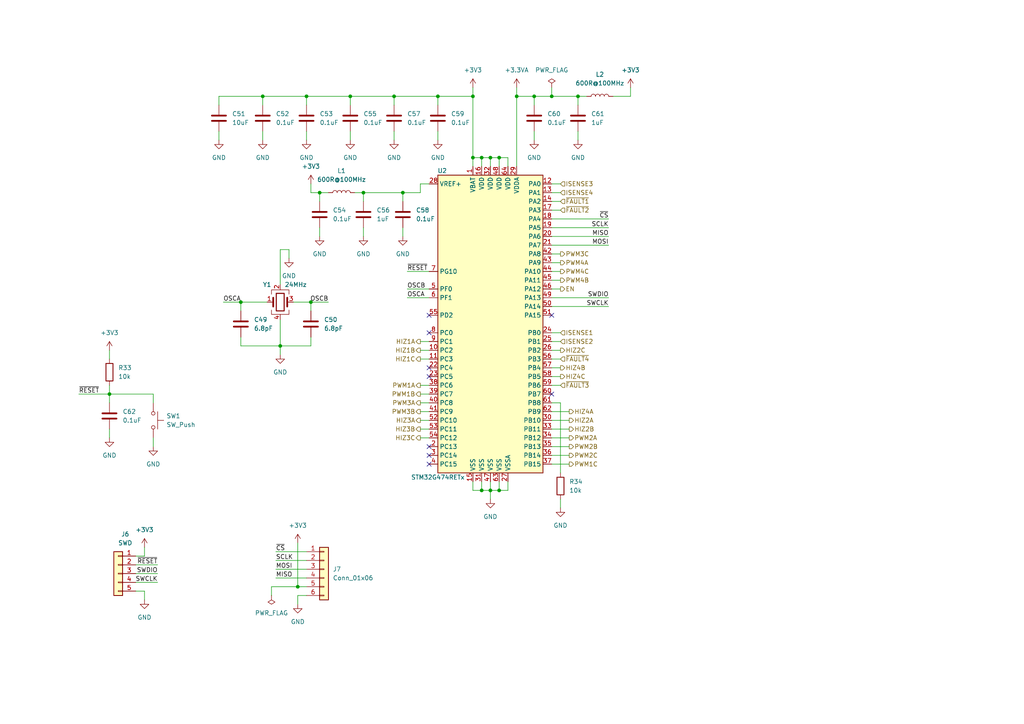
<source format=kicad_sch>
(kicad_sch (version 20210621) (generator eeschema)
  (paper "A4")
  (lib_symbols
    (symbol "Connector_Generic:Conn_01x05" (pin_names (offset 1.016) hide)
      (property "Reference" "J" (at 0 7.62 0))
      (property "Value" "Conn_01x05" (at 0 -7.62 0))
      (symbol "Conn_01x05_1_1"
        (rectangle (start -1.27 -4.953) (end 0 -5.207) (stroke (width 0.1524)))
        (rectangle (start -1.27 -2.413) (end 0 -2.667) (stroke (width 0.1524)))
        (rectangle (start -1.27 0.127) (end 0 -0.127) (stroke (width 0.1524)))
        (rectangle (start -1.27 2.667) (end 0 2.413) (stroke (width 0.1524)))
        (rectangle (start -1.27 5.207) (end 0 4.953) (stroke (width 0.1524)))
        (rectangle (start -1.27 6.35) (end 1.27 -6.35) (stroke (width 0.254)) (fill (type background)))
        (pin passive line (at -5.08 5.08 0) (length 3.81) (name "Pin_1") (number "1"))
        (pin passive line (at -5.08 2.54 0) (length 3.81) (name "Pin_2") (number "2"))
        (pin passive line (at -5.08 0 0) (length 3.81) (name "Pin_3") (number "3"))
        (pin passive line (at -5.08 -2.54 0) (length 3.81) (name "Pin_4") (number "4"))
        (pin passive line (at -5.08 -5.08 0) (length 3.81) (name "Pin_5") (number "5"))
      )
    )
    (symbol "Connector_Generic:Conn_01x06" (pin_names (offset 1.016) hide)
      (property "Reference" "J" (at 0 7.62 0))
      (property "Value" "Conn_01x06" (at 0 -10.16 0))
      (symbol "Conn_01x06_1_1"
        (rectangle (start -1.27 -7.493) (end 0 -7.747) (stroke (width 0.1524)))
        (rectangle (start -1.27 -4.953) (end 0 -5.207) (stroke (width 0.1524)))
        (rectangle (start -1.27 -2.413) (end 0 -2.667) (stroke (width 0.1524)))
        (rectangle (start -1.27 0.127) (end 0 -0.127) (stroke (width 0.1524)))
        (rectangle (start -1.27 2.667) (end 0 2.413) (stroke (width 0.1524)))
        (rectangle (start -1.27 5.207) (end 0 4.953) (stroke (width 0.1524)))
        (rectangle (start -1.27 6.35) (end 1.27 -8.89) (stroke (width 0.254)) (fill (type background)))
        (pin passive line (at -5.08 5.08 0) (length 3.81) (name "Pin_1") (number "1"))
        (pin passive line (at -5.08 2.54 0) (length 3.81) (name "Pin_2") (number "2"))
        (pin passive line (at -5.08 0 0) (length 3.81) (name "Pin_3") (number "3"))
        (pin passive line (at -5.08 -2.54 0) (length 3.81) (name "Pin_4") (number "4"))
        (pin passive line (at -5.08 -5.08 0) (length 3.81) (name "Pin_5") (number "5"))
        (pin passive line (at -5.08 -7.62 0) (length 3.81) (name "Pin_6") (number "6"))
      )
    )
    (symbol "Device:C" (pin_numbers hide) (pin_names (offset 0.254))
      (property "Reference" "C" (at 0.635 2.54 0))
      (property "Value" "C" (at 0.635 -2.54 0))
      (symbol "C_0_1"
        (polyline (pts (xy -2.032 -0.762) (xy 2.032 -0.762)) (stroke (width 0.508)))
        (polyline (pts (xy -2.032 0.762) (xy 2.032 0.762)) (stroke (width 0.508)))
      )
      (symbol "C_1_1"
        (pin passive line (at 0 3.81 270) (length 2.794) (name "~") (number "1"))
        (pin passive line (at 0 -3.81 90) (length 2.794) (name "~") (number "2"))
      )
    )
    (symbol "Device:Crystal_GND24" (pin_names (offset 1.016) hide)
      (property "Reference" "Y" (at 3.175 5.08 0))
      (property "Value" "Crystal_GND24" (at 3.175 3.175 0))
      (symbol "Crystal_GND24_0_1"
        (rectangle (start -1.143 2.54) (end 1.143 -2.54) (stroke (width 0.3048)))
        (polyline (pts (xy -2.54 0) (xy -2.032 0)))
        (polyline (pts (xy -2.032 -1.27) (xy -2.032 1.27)) (stroke (width 0.508)))
        (polyline (pts (xy 0 -3.81) (xy 0 -3.556)))
        (polyline (pts (xy 0 3.556) (xy 0 3.81)))
        (polyline (pts (xy 2.032 -1.27) (xy 2.032 1.27)) (stroke (width 0.508)))
        (polyline (pts (xy 2.032 0) (xy 2.54 0)))
        (polyline (pts (xy -2.54 -2.286) (xy -2.54 -3.556) (xy 2.54 -3.556) (xy 2.54 -2.286)))
        (polyline (pts (xy -2.54 2.286) (xy -2.54 3.556) (xy 2.54 3.556) (xy 2.54 2.286)))
      )
      (symbol "Crystal_GND24_1_1"
        (pin passive line (at -3.81 0 0) (length 1.27) (name "1") (number "1"))
        (pin passive line (at 0 5.08 270) (length 1.27) (name "2") (number "2"))
        (pin passive line (at 3.81 0 180) (length 1.27) (name "3") (number "3"))
        (pin passive line (at 0 -5.08 90) (length 1.27) (name "4") (number "4"))
      )
    )
    (symbol "Device:L" (pin_numbers hide) (pin_names (offset 1.016) hide)
      (property "Reference" "L" (at -1.27 0 90))
      (property "Value" "L" (at 1.905 0 90))
      (symbol "L_0_1"
        (arc (start 0 -2.54) (end 0 -1.27) (radius (at 0 -1.905) (length 0.635) (angles -89.9 89.9)))
        (arc (start 0 -1.27) (end 0 0) (radius (at 0 -0.635) (length 0.635) (angles -89.9 89.9)))
        (arc (start 0 0) (end 0 1.27) (radius (at 0 0.635) (length 0.635) (angles -89.9 89.9)))
        (arc (start 0 1.27) (end 0 2.54) (radius (at 0 1.905) (length 0.635) (angles -89.9 89.9)))
      )
      (symbol "L_1_1"
        (pin passive line (at 0 3.81 270) (length 1.27) (name "1") (number "1"))
        (pin passive line (at 0 -3.81 90) (length 1.27) (name "2") (number "2"))
      )
    )
    (symbol "Device:R" (pin_numbers hide) (pin_names (offset 0))
      (property "Reference" "R" (at 2.032 0 90))
      (property "Value" "R" (at 0 0 90))
      (symbol "R_0_1"
        (rectangle (start -1.016 -2.54) (end 1.016 2.54) (stroke (width 0.254)))
      )
      (symbol "R_1_1"
        (pin passive line (at 0 3.81 270) (length 1.27) (name "~") (number "1"))
        (pin passive line (at 0 -3.81 90) (length 1.27) (name "~") (number "2"))
      )
    )
    (symbol "MCU_ST_STM32G4:STM32G474RETx"
      (property "Reference" "U" (at -15.24 44.45 0))
      (property "Value" "STM32G474RETx" (at 10.16 44.45 0))
      (symbol "STM32G474RETx_0_1"
        (rectangle (start -15.24 -43.18) (end 15.24 43.18) (stroke (width 0.254)) (fill (type background)))
      )
      (symbol "STM32G474RETx_1_1"
        (pin power_in line (at -5.08 45.72 270) (length 2.54) (name "VBAT") (number "1"))
        (pin bidirectional line (at -17.78 -7.62 0) (length 2.54) (name "PC2") (number "10"))
        (pin bidirectional line (at -17.78 -10.16 0) (length 2.54) (name "PC3") (number "11"))
        (pin bidirectional line (at 17.78 40.64 180) (length 2.54) (name "PA0") (number "12"))
        (pin bidirectional line (at 17.78 38.1 180) (length 2.54) (name "PA1") (number "13"))
        (pin bidirectional line (at 17.78 35.56 180) (length 2.54) (name "PA2") (number "14"))
        (pin power_in line (at -5.08 -45.72 90) (length 2.54) (name "VSS") (number "15"))
        (pin power_in line (at -2.54 45.72 270) (length 2.54) (name "VDD") (number "16"))
        (pin bidirectional line (at 17.78 33.02 180) (length 2.54) (name "PA3") (number "17"))
        (pin bidirectional line (at 17.78 30.48 180) (length 2.54) (name "PA4") (number "18"))
        (pin bidirectional line (at 17.78 27.94 180) (length 2.54) (name "PA5") (number "19"))
        (pin bidirectional line (at -17.78 -35.56 0) (length 2.54) (name "PC13") (number "2"))
        (pin bidirectional line (at 17.78 25.4 180) (length 2.54) (name "PA6") (number "20"))
        (pin bidirectional line (at 17.78 22.86 180) (length 2.54) (name "PA7") (number "21"))
        (pin bidirectional line (at -17.78 -12.7 0) (length 2.54) (name "PC4") (number "22"))
        (pin bidirectional line (at -17.78 -15.24 0) (length 2.54) (name "PC5") (number "23"))
        (pin bidirectional line (at 17.78 -2.54 180) (length 2.54) (name "PB0") (number "24"))
        (pin bidirectional line (at 17.78 -5.08 180) (length 2.54) (name "PB1") (number "25"))
        (pin bidirectional line (at 17.78 -7.62 180) (length 2.54) (name "PB2") (number "26"))
        (pin power_in line (at 5.08 -45.72 90) (length 2.54) (name "VSSA") (number "27"))
        (pin bidirectional line (at -17.78 40.64 0) (length 2.54) (name "VREF+") (number "28"))
        (pin power_in line (at 7.62 45.72 270) (length 2.54) (name "VDDA") (number "29"))
        (pin bidirectional line (at -17.78 -38.1 0) (length 2.54) (name "PC14") (number "3"))
        (pin bidirectional line (at 17.78 -27.94 180) (length 2.54) (name "PB10") (number "30"))
        (pin power_in line (at -2.54 -45.72 90) (length 2.54) (name "VSS") (number "31"))
        (pin power_in line (at 0 45.72 270) (length 2.54) (name "VDD") (number "32"))
        (pin bidirectional line (at 17.78 -30.48 180) (length 2.54) (name "PB11") (number "33"))
        (pin bidirectional line (at 17.78 -33.02 180) (length 2.54) (name "PB12") (number "34"))
        (pin bidirectional line (at 17.78 -35.56 180) (length 2.54) (name "PB13") (number "35"))
        (pin bidirectional line (at 17.78 -38.1 180) (length 2.54) (name "PB14") (number "36"))
        (pin bidirectional line (at 17.78 -40.64 180) (length 2.54) (name "PB15") (number "37"))
        (pin bidirectional line (at -17.78 -17.78 0) (length 2.54) (name "PC6") (number "38"))
        (pin bidirectional line (at -17.78 -20.32 0) (length 2.54) (name "PC7") (number "39"))
        (pin bidirectional line (at -17.78 -40.64 0) (length 2.54) (name "PC15") (number "4"))
        (pin bidirectional line (at -17.78 -22.86 0) (length 2.54) (name "PC8") (number "40"))
        (pin bidirectional line (at -17.78 -25.4 0) (length 2.54) (name "PC9") (number "41"))
        (pin bidirectional line (at 17.78 20.32 180) (length 2.54) (name "PA8") (number "42"))
        (pin bidirectional line (at 17.78 17.78 180) (length 2.54) (name "PA9") (number "43"))
        (pin bidirectional line (at 17.78 15.24 180) (length 2.54) (name "PA10") (number "44"))
        (pin bidirectional line (at 17.78 12.7 180) (length 2.54) (name "PA11") (number "45"))
        (pin bidirectional line (at 17.78 10.16 180) (length 2.54) (name "PA12") (number "46"))
        (pin power_in line (at 0 -45.72 90) (length 2.54) (name "VSS") (number "47"))
        (pin power_in line (at 2.54 45.72 270) (length 2.54) (name "VDD") (number "48"))
        (pin bidirectional line (at 17.78 7.62 180) (length 2.54) (name "PA13") (number "49"))
        (pin input line (at -17.78 10.16 0) (length 2.54) (name "PF0") (number "5"))
        (pin bidirectional line (at 17.78 5.08 180) (length 2.54) (name "PA14") (number "50"))
        (pin bidirectional line (at 17.78 2.54 180) (length 2.54) (name "PA15") (number "51"))
        (pin bidirectional line (at -17.78 -27.94 0) (length 2.54) (name "PC10") (number "52"))
        (pin bidirectional line (at -17.78 -30.48 0) (length 2.54) (name "PC11") (number "53"))
        (pin bidirectional line (at -17.78 -33.02 0) (length 2.54) (name "PC12") (number "54"))
        (pin bidirectional line (at -17.78 2.54 0) (length 2.54) (name "PD2") (number "55"))
        (pin bidirectional line (at 17.78 -10.16 180) (length 2.54) (name "PB3") (number "56"))
        (pin bidirectional line (at 17.78 -12.7 180) (length 2.54) (name "PB4") (number "57"))
        (pin bidirectional line (at 17.78 -15.24 180) (length 2.54) (name "PB5") (number "58"))
        (pin bidirectional line (at 17.78 -17.78 180) (length 2.54) (name "PB6") (number "59"))
        (pin input line (at -17.78 7.62 0) (length 2.54) (name "PF1") (number "6"))
        (pin bidirectional line (at 17.78 -20.32 180) (length 2.54) (name "PB7") (number "60"))
        (pin bidirectional line (at 17.78 -22.86 180) (length 2.54) (name "PB8") (number "61"))
        (pin bidirectional line (at 17.78 -25.4 180) (length 2.54) (name "PB9") (number "62"))
        (pin power_in line (at 2.54 -45.72 90) (length 2.54) (name "VSS") (number "63"))
        (pin power_in line (at 5.08 45.72 270) (length 2.54) (name "VDD") (number "64"))
        (pin bidirectional line (at -17.78 15.24 0) (length 2.54) (name "PG10") (number "7"))
        (pin bidirectional line (at -17.78 -2.54 0) (length 2.54) (name "PC0") (number "8"))
        (pin bidirectional line (at -17.78 -5.08 0) (length 2.54) (name "PC1") (number "9"))
      )
    )
    (symbol "Switch:SW_Push" (pin_numbers hide) (pin_names (offset 1.016) hide)
      (property "Reference" "SW" (at 1.27 2.54 0))
      (property "Value" "SW_Push" (at 0 -1.524 0))
      (symbol "SW_Push_0_1"
        (circle (center -2.032 0) (radius 0.508))
        (circle (center 2.032 0) (radius 0.508))
        (polyline (pts (xy 0 1.27) (xy 0 3.048)))
        (polyline (pts (xy 2.54 1.27) (xy -2.54 1.27)))
        (pin passive line (at -5.08 0 0) (length 2.54) (name "1") (number "1"))
        (pin passive line (at 5.08 0 180) (length 2.54) (name "2") (number "2"))
      )
    )
    (symbol "power:+3.3V" (power) (pin_names (offset 0))
      (property "Value" "+3.3V" (at 0 3.556 0))
      (symbol "+3.3V_0_1"
        (polyline (pts (xy -0.762 1.27) (xy 0 2.54)))
        (polyline (pts (xy 0 0) (xy 0 2.54)))
        (polyline (pts (xy 0 2.54) (xy 0.762 1.27)))
      )
      (symbol "+3.3V_1_1"
        (pin power_in line (at 0 0 90) (length 0) hide (name "+3V3") (number "1"))
      )
    )
    (symbol "power:+3.3VA" (power) (pin_names (offset 0))
      (property "Value" "+3.3VA" (at 0 3.556 0))
      (symbol "+3.3VA_0_1"
        (polyline (pts (xy -0.762 1.27) (xy 0 2.54)))
        (polyline (pts (xy 0 0) (xy 0 2.54)))
        (polyline (pts (xy 0 2.54) (xy 0.762 1.27)))
      )
      (symbol "+3.3VA_1_1"
        (pin power_in line (at 0 0 90) (length 0) hide (name "+3.3VA") (number "1"))
      )
    )
    (symbol "power:GND" (power) (pin_names (offset 0))
      (property "Value" "GND" (at 0 -3.81 0))
      (symbol "GND_0_1"
        (polyline (pts (xy 0 0) (xy 0 -1.27) (xy 1.27 -1.27) (xy 0 -2.54) (xy -1.27 -1.27) (xy 0 -1.27)))
      )
      (symbol "GND_1_1"
        (pin power_in line (at 0 0 270) (length 0) hide (name "GND") (number "1"))
      )
    )
    (symbol "power:PWR_FLAG" (power) (pin_numbers hide) (pin_names (offset 0) hide)
      (property "Value" "PWR_FLAG" (at 0 3.81 0))
      (symbol "PWR_FLAG_0_0"
        (pin power_out line (at 0 0 90) (length 0) (name "pwr") (number "1"))
      )
      (symbol "PWR_FLAG_0_1"
        (polyline (pts (xy 0 0) (xy 0 1.27) (xy -1.016 1.905) (xy 0 2.54) (xy 1.016 1.905) (xy 0 1.27)))
      )
    )
  )
  (junction (at 31.75 114.3) (diameter 0.9144))
  (junction (at 69.85 87.63) (diameter 0.9144))
  (junction (at 76.2 27.94) (diameter 0.9144))
  (junction (at 81.28 100.33) (diameter 0.9144))
  (junction (at 86.36 170.18) (diameter 0.9144))
  (junction (at 88.9 27.94) (diameter 0.9144))
  (junction (at 90.17 87.63) (diameter 0.9144))
  (junction (at 92.71 55.88) (diameter 0.9144))
  (junction (at 101.6 27.94) (diameter 0.9144))
  (junction (at 105.41 55.88) (diameter 0.9144))
  (junction (at 114.3 27.94) (diameter 0.9144))
  (junction (at 116.84 55.88) (diameter 0.9144))
  (junction (at 127 27.94) (diameter 0.9144))
  (junction (at 137.16 27.94) (diameter 0.9144))
  (junction (at 137.16 45.72) (diameter 0.9144))
  (junction (at 139.7 45.72) (diameter 0.9144))
  (junction (at 139.7 142.24) (diameter 0.9144))
  (junction (at 142.24 45.72) (diameter 0.9144))
  (junction (at 142.24 142.24) (diameter 0.9144))
  (junction (at 144.78 45.72) (diameter 0.9144))
  (junction (at 144.78 142.24) (diameter 0.9144))
  (junction (at 149.86 27.94) (diameter 0.9144))
  (junction (at 154.94 27.94) (diameter 0.9144))
  (junction (at 160.02 27.94) (diameter 0.9144))
  (junction (at 167.64 27.94) (diameter 0.9144))
  (no_connect (at 124.46 91.44))
  (no_connect (at 124.46 96.52))
  (no_connect (at 124.46 106.68))
  (no_connect (at 124.46 109.22))
  (no_connect (at 124.46 129.54))
  (no_connect (at 124.46 132.08))
  (no_connect (at 124.46 134.62))
  (no_connect (at 160.02 91.44))
  (no_connect (at 160.02 114.3))
  (wire (pts (xy 22.86 114.3) (xy 31.75 114.3)))
  (wire (pts (xy 31.75 101.6) (xy 31.75 104.14)))
  (wire (pts (xy 31.75 111.76) (xy 31.75 114.3)))
  (wire (pts (xy 31.75 114.3) (xy 31.75 116.84)))
  (wire (pts (xy 31.75 127) (xy 31.75 124.46)))
  (wire (pts (xy 39.37 161.29) (xy 41.91 161.29)))
  (wire (pts (xy 39.37 163.83) (xy 45.72 163.83)))
  (wire (pts (xy 39.37 166.37) (xy 45.72 166.37)))
  (wire (pts (xy 39.37 168.91) (xy 45.72 168.91)))
  (wire (pts (xy 39.37 171.45) (xy 41.91 171.45)))
  (wire (pts (xy 41.91 161.29) (xy 41.91 158.75)))
  (wire (pts (xy 41.91 171.45) (xy 41.91 173.99)))
  (wire (pts (xy 44.45 114.3) (xy 31.75 114.3)))
  (wire (pts (xy 44.45 116.84) (xy 44.45 114.3)))
  (wire (pts (xy 44.45 129.54) (xy 44.45 127)))
  (wire (pts (xy 63.5 27.94) (xy 76.2 27.94)))
  (wire (pts (xy 63.5 30.48) (xy 63.5 27.94)))
  (wire (pts (xy 63.5 38.1) (xy 63.5 40.64)))
  (wire (pts (xy 64.77 87.63) (xy 69.85 87.63)))
  (wire (pts (xy 69.85 87.63) (xy 77.47 87.63)))
  (wire (pts (xy 69.85 90.17) (xy 69.85 87.63)))
  (wire (pts (xy 69.85 100.33) (xy 69.85 97.79)))
  (wire (pts (xy 76.2 27.94) (xy 76.2 30.48)))
  (wire (pts (xy 76.2 27.94) (xy 88.9 27.94)))
  (wire (pts (xy 76.2 38.1) (xy 76.2 40.64)))
  (wire (pts (xy 78.74 170.18) (xy 86.36 170.18)))
  (wire (pts (xy 78.74 172.72) (xy 78.74 170.18)))
  (wire (pts (xy 80.01 160.02) (xy 88.9 160.02)))
  (wire (pts (xy 80.01 162.56) (xy 88.9 162.56)))
  (wire (pts (xy 80.01 165.1) (xy 88.9 165.1)))
  (wire (pts (xy 80.01 167.64) (xy 88.9 167.64)))
  (wire (pts (xy 81.28 72.39) (xy 81.28 82.55)))
  (wire (pts (xy 81.28 92.71) (xy 81.28 100.33)))
  (wire (pts (xy 81.28 100.33) (xy 69.85 100.33)))
  (wire (pts (xy 81.28 102.87) (xy 81.28 100.33)))
  (wire (pts (xy 83.82 72.39) (xy 81.28 72.39)))
  (wire (pts (xy 83.82 74.93) (xy 83.82 72.39)))
  (wire (pts (xy 86.36 170.18) (xy 86.36 157.48)))
  (wire (pts (xy 86.36 172.72) (xy 88.9 172.72)))
  (wire (pts (xy 86.36 175.26) (xy 86.36 172.72)))
  (wire (pts (xy 88.9 27.94) (xy 88.9 30.48)))
  (wire (pts (xy 88.9 38.1) (xy 88.9 40.64)))
  (wire (pts (xy 88.9 170.18) (xy 86.36 170.18)))
  (wire (pts (xy 90.17 53.34) (xy 90.17 55.88)))
  (wire (pts (xy 90.17 55.88) (xy 92.71 55.88)))
  (wire (pts (xy 90.17 87.63) (xy 85.09 87.63)))
  (wire (pts (xy 90.17 87.63) (xy 95.25 87.63)))
  (wire (pts (xy 90.17 90.17) (xy 90.17 87.63)))
  (wire (pts (xy 90.17 97.79) (xy 90.17 100.33)))
  (wire (pts (xy 90.17 100.33) (xy 81.28 100.33)))
  (wire (pts (xy 92.71 55.88) (xy 92.71 58.42)))
  (wire (pts (xy 92.71 55.88) (xy 95.25 55.88)))
  (wire (pts (xy 92.71 66.04) (xy 92.71 68.58)))
  (wire (pts (xy 101.6 27.94) (xy 88.9 27.94)))
  (wire (pts (xy 101.6 27.94) (xy 101.6 30.48)))
  (wire (pts (xy 101.6 38.1) (xy 101.6 40.64)))
  (wire (pts (xy 102.87 55.88) (xy 105.41 55.88)))
  (wire (pts (xy 105.41 55.88) (xy 116.84 55.88)))
  (wire (pts (xy 105.41 58.42) (xy 105.41 55.88)))
  (wire (pts (xy 105.41 66.04) (xy 105.41 68.58)))
  (wire (pts (xy 114.3 27.94) (xy 101.6 27.94)))
  (wire (pts (xy 114.3 27.94) (xy 114.3 30.48)))
  (wire (pts (xy 114.3 38.1) (xy 114.3 40.64)))
  (wire (pts (xy 116.84 55.88) (xy 116.84 58.42)))
  (wire (pts (xy 116.84 66.04) (xy 116.84 68.58)))
  (wire (pts (xy 118.11 78.74) (xy 124.46 78.74)))
  (wire (pts (xy 118.11 83.82) (xy 124.46 83.82)))
  (wire (pts (xy 118.11 86.36) (xy 124.46 86.36)))
  (wire (pts (xy 121.92 53.34) (xy 121.92 55.88)))
  (wire (pts (xy 121.92 55.88) (xy 116.84 55.88)))
  (wire (pts (xy 121.92 116.84) (xy 124.46 116.84)))
  (wire (pts (xy 121.92 119.38) (xy 124.46 119.38)))
  (wire (pts (xy 121.92 121.92) (xy 124.46 121.92)))
  (wire (pts (xy 121.92 124.46) (xy 124.46 124.46)))
  (wire (pts (xy 121.92 127) (xy 124.46 127)))
  (wire (pts (xy 124.46 53.34) (xy 121.92 53.34)))
  (wire (pts (xy 124.46 99.06) (xy 121.92 99.06)))
  (wire (pts (xy 124.46 101.6) (xy 121.92 101.6)))
  (wire (pts (xy 124.46 104.14) (xy 121.92 104.14)))
  (wire (pts (xy 124.46 111.76) (xy 121.92 111.76)))
  (wire (pts (xy 124.46 114.3) (xy 121.92 114.3)))
  (wire (pts (xy 127 27.94) (xy 114.3 27.94)))
  (wire (pts (xy 127 27.94) (xy 137.16 27.94)))
  (wire (pts (xy 127 30.48) (xy 127 27.94)))
  (wire (pts (xy 127 38.1) (xy 127 40.64)))
  (wire (pts (xy 137.16 27.94) (xy 137.16 25.4)))
  (wire (pts (xy 137.16 27.94) (xy 137.16 45.72)))
  (wire (pts (xy 137.16 45.72) (xy 137.16 48.26)))
  (wire (pts (xy 137.16 139.7) (xy 137.16 142.24)))
  (wire (pts (xy 137.16 142.24) (xy 139.7 142.24)))
  (wire (pts (xy 139.7 45.72) (xy 137.16 45.72)))
  (wire (pts (xy 139.7 45.72) (xy 139.7 48.26)))
  (wire (pts (xy 139.7 139.7) (xy 139.7 142.24)))
  (wire (pts (xy 139.7 142.24) (xy 142.24 142.24)))
  (wire (pts (xy 142.24 45.72) (xy 139.7 45.72)))
  (wire (pts (xy 142.24 45.72) (xy 142.24 48.26)))
  (wire (pts (xy 142.24 139.7) (xy 142.24 142.24)))
  (wire (pts (xy 142.24 142.24) (xy 142.24 144.78)))
  (wire (pts (xy 144.78 45.72) (xy 142.24 45.72)))
  (wire (pts (xy 144.78 45.72) (xy 144.78 48.26)))
  (wire (pts (xy 144.78 139.7) (xy 144.78 142.24)))
  (wire (pts (xy 144.78 142.24) (xy 142.24 142.24)))
  (wire (pts (xy 147.32 45.72) (xy 144.78 45.72)))
  (wire (pts (xy 147.32 45.72) (xy 147.32 48.26)))
  (wire (pts (xy 147.32 139.7) (xy 147.32 142.24)))
  (wire (pts (xy 147.32 142.24) (xy 144.78 142.24)))
  (wire (pts (xy 149.86 25.4) (xy 149.86 27.94)))
  (wire (pts (xy 149.86 27.94) (xy 149.86 48.26)))
  (wire (pts (xy 149.86 27.94) (xy 154.94 27.94)))
  (wire (pts (xy 154.94 27.94) (xy 154.94 30.48)))
  (wire (pts (xy 154.94 27.94) (xy 160.02 27.94)))
  (wire (pts (xy 154.94 38.1) (xy 154.94 40.64)))
  (wire (pts (xy 160.02 25.4) (xy 160.02 27.94)))
  (wire (pts (xy 160.02 27.94) (xy 167.64 27.94)))
  (wire (pts (xy 160.02 53.34) (xy 162.56 53.34)))
  (wire (pts (xy 160.02 55.88) (xy 162.56 55.88)))
  (wire (pts (xy 160.02 58.42) (xy 162.56 58.42)))
  (wire (pts (xy 160.02 60.96) (xy 162.56 60.96)))
  (wire (pts (xy 160.02 73.66) (xy 162.56 73.66)))
  (wire (pts (xy 160.02 76.2) (xy 162.56 76.2)))
  (wire (pts (xy 160.02 78.74) (xy 162.56 78.74)))
  (wire (pts (xy 160.02 81.28) (xy 162.56 81.28)))
  (wire (pts (xy 160.02 83.82) (xy 162.56 83.82)))
  (wire (pts (xy 160.02 86.36) (xy 176.53 86.36)))
  (wire (pts (xy 160.02 88.9) (xy 176.53 88.9)))
  (wire (pts (xy 160.02 96.52) (xy 162.56 96.52)))
  (wire (pts (xy 160.02 99.06) (xy 162.56 99.06)))
  (wire (pts (xy 160.02 101.6) (xy 162.56 101.6)))
  (wire (pts (xy 160.02 104.14) (xy 162.56 104.14)))
  (wire (pts (xy 160.02 106.68) (xy 162.56 106.68)))
  (wire (pts (xy 160.02 109.22) (xy 162.56 109.22)))
  (wire (pts (xy 160.02 111.76) (xy 162.56 111.76)))
  (wire (pts (xy 160.02 119.38) (xy 165.1 119.38)))
  (wire (pts (xy 160.02 121.92) (xy 165.1 121.92)))
  (wire (pts (xy 160.02 124.46) (xy 165.1 124.46)))
  (wire (pts (xy 160.02 127) (xy 165.1 127)))
  (wire (pts (xy 160.02 129.54) (xy 165.1 129.54)))
  (wire (pts (xy 160.02 132.08) (xy 165.1 132.08)))
  (wire (pts (xy 160.02 134.62) (xy 165.1 134.62)))
  (wire (pts (xy 162.56 116.84) (xy 160.02 116.84)))
  (wire (pts (xy 162.56 137.16) (xy 162.56 116.84)))
  (wire (pts (xy 162.56 144.78) (xy 162.56 147.32)))
  (wire (pts (xy 167.64 27.94) (xy 167.64 30.48)))
  (wire (pts (xy 167.64 27.94) (xy 170.18 27.94)))
  (wire (pts (xy 167.64 38.1) (xy 167.64 40.64)))
  (wire (pts (xy 176.53 63.5) (xy 160.02 63.5)))
  (wire (pts (xy 176.53 66.04) (xy 160.02 66.04)))
  (wire (pts (xy 176.53 68.58) (xy 160.02 68.58)))
  (wire (pts (xy 176.53 71.12) (xy 160.02 71.12)))
  (wire (pts (xy 177.8 27.94) (xy 182.88 27.94)))
  (wire (pts (xy 182.88 27.94) (xy 182.88 25.4)))
  (label "~{RESET}" (at 22.86 114.3 0))
  (label "~{RESET}" (at 45.72 163.83 180))
  (label "SWDIO" (at 45.72 166.37 180))
  (label "SWCLK" (at 45.72 168.91 180))
  (label "OSCA" (at 64.77 87.63 0))
  (label "~{CS}" (at 80.01 160.02 0))
  (label "SCLK" (at 80.01 162.56 0))
  (label "MOSI" (at 80.01 165.1 0))
  (label "MISO" (at 80.01 167.64 0))
  (label "OSCB" (at 95.25 87.63 180))
  (label "~{RESET}" (at 118.11 78.74 0))
  (label "OSCB" (at 118.11 83.82 0))
  (label "OSCA" (at 118.11 86.36 0))
  (label "~{CS}" (at 176.53 63.5 180))
  (label "SCLK" (at 176.53 66.04 180))
  (label "MISO" (at 176.53 68.58 180))
  (label "MOSI" (at 176.53 71.12 180))
  (label "SWDIO" (at 176.53 86.36 180))
  (label "SWCLK" (at 176.53 88.9 180))
  (hierarchical_label "HIZ1A" (shape output) (at 121.92 99.06 180))
  (hierarchical_label "HIZ1B" (shape output) (at 121.92 101.6 180))
  (hierarchical_label "HIZ1C" (shape output) (at 121.92 104.14 180))
  (hierarchical_label "PWM1A" (shape output) (at 121.92 111.76 180))
  (hierarchical_label "PWM1B" (shape output) (at 121.92 114.3 180))
  (hierarchical_label "PWM3A" (shape output) (at 121.92 116.84 180))
  (hierarchical_label "PWM3B" (shape output) (at 121.92 119.38 180))
  (hierarchical_label "HIZ3A" (shape output) (at 121.92 121.92 180))
  (hierarchical_label "HIZ3B" (shape output) (at 121.92 124.46 180))
  (hierarchical_label "HIZ3C" (shape output) (at 121.92 127 180))
  (hierarchical_label "ISENSE3" (shape input) (at 162.56 53.34 0))
  (hierarchical_label "ISENSE4" (shape input) (at 162.56 55.88 0))
  (hierarchical_label "~{FAULT1}" (shape input) (at 162.56 58.42 0))
  (hierarchical_label "~{FAULT2}" (shape input) (at 162.56 60.96 0))
  (hierarchical_label "PWM3C" (shape output) (at 162.56 73.66 0))
  (hierarchical_label "PWM4A" (shape output) (at 162.56 76.2 0))
  (hierarchical_label "PWM4C" (shape output) (at 162.56 78.74 0))
  (hierarchical_label "PWM4B" (shape output) (at 162.56 81.28 0))
  (hierarchical_label "EN" (shape output) (at 162.56 83.82 0))
  (hierarchical_label "ISENSE1" (shape input) (at 162.56 96.52 0))
  (hierarchical_label "ISENSE2" (shape input) (at 162.56 99.06 0))
  (hierarchical_label "HIZ2C" (shape output) (at 162.56 101.6 0))
  (hierarchical_label "~{FAULT4}" (shape input) (at 162.56 104.14 0))
  (hierarchical_label "HIZ4B" (shape output) (at 162.56 106.68 0))
  (hierarchical_label "HIZ4C" (shape output) (at 162.56 109.22 0))
  (hierarchical_label "~{FAULT3}" (shape input) (at 162.56 111.76 0))
  (hierarchical_label "HIZ4A" (shape output) (at 165.1 119.38 0))
  (hierarchical_label "HIZ2A" (shape output) (at 165.1 121.92 0))
  (hierarchical_label "HIZ2B" (shape output) (at 165.1 124.46 0))
  (hierarchical_label "PWM2A" (shape output) (at 165.1 127 0))
  (hierarchical_label "PWM2B" (shape output) (at 165.1 129.54 0))
  (hierarchical_label "PWM2C" (shape output) (at 165.1 132.08 0))
  (hierarchical_label "PWM1C" (shape output) (at 165.1 134.62 0))
  (symbol (lib_id "power:+3.3V") (at 31.75 101.6 0) (unit 1)
    (property "Reference" "#PWR0210" (effects hide))
    (property "Value" "+3.3V" (at 31.75 96.52 0))
  )
  (symbol (lib_id "power:+3.3V") (at 41.91 158.75 0) (unit 1)
    (property "Reference" "#PWR0213" (effects hide))
    (property "Value" "+3.3V" (at 41.91 153.67 0))
  )
  (symbol (lib_id "power:+3.3V") (at 86.36 157.48 0) (unit 1)
    (property "Reference" "#PWR0215" (effects hide))
    (property "Value" "+3.3V" (at 86.36 152.4 0))
  )
  (symbol (lib_id "power:+3.3V") (at 90.17 53.34 0) (unit 1)
    (property "Reference" "#PWR0204" (effects hide))
    (property "Value" "+3.3V" (at 90.17 48.26 0))
  )
  (symbol (lib_id "power:+3.3V") (at 137.16 25.4 0) (unit 1)
    (property "Reference" "#PWR0190" (effects hide))
    (property "Value" "+3.3V" (at 137.16 20.32 0))
  )
  (symbol (lib_id "power:+3.3VA") (at 149.86 25.4 0) (unit 1)
    (property "Reference" "#PWR0197" (effects hide))
    (property "Value" "+3.3VA" (at 149.86 20.32 0))
  )
  (symbol (lib_id "power:+3.3V") (at 182.88 25.4 0) (unit 1)
    (property "Reference" "#PWR0200" (effects hide))
    (property "Value" "+3.3V" (at 182.88 20.32 0))
  )
  (symbol (lib_id "power:PWR_FLAG") (at 78.74 172.72 180) (unit 1)
    (property "Reference" "#FLG0101" (effects hide))
    (property "Value" "PWR_FLAG" (at 78.74 177.8 0))
  )
  (symbol (lib_id "power:PWR_FLAG") (at 160.02 25.4 0) (unit 1)
    (property "Reference" "#FLG03" (effects hide))
    (property "Value" "PWR_FLAG" (at 160.02 20.32 0))
  )
  (symbol (lib_id "power:GND") (at 31.75 127 0) (unit 1)
    (property "Reference" "#PWR0209" (effects hide))
    (property "Value" "GND" (at 31.75 132.08 0))
  )
  (symbol (lib_id "power:GND") (at 41.91 173.99 0) (unit 1)
    (property "Reference" "#PWR0214" (effects hide))
    (property "Value" "GND" (at 41.91 179.07 0))
  )
  (symbol (lib_id "power:GND") (at 44.45 129.54 0) (unit 1)
    (property "Reference" "#PWR0212" (effects hide))
    (property "Value" "GND" (at 44.45 134.62 0))
  )
  (symbol (lib_id "power:GND") (at 63.5 40.64 0) (unit 1)
    (property "Reference" "#PWR0203" (effects hide))
    (property "Value" "GND" (at 63.5 45.72 0))
  )
  (symbol (lib_id "power:GND") (at 76.2 40.64 0) (unit 1)
    (property "Reference" "#PWR0201" (effects hide))
    (property "Value" "GND" (at 76.2 45.72 0))
  )
  (symbol (lib_id "power:GND") (at 81.28 102.87 0) (unit 1)
    (property "Reference" "#PWR0191" (effects hide))
    (property "Value" "GND" (at 81.28 107.95 0))
  )
  (symbol (lib_id "power:GND") (at 83.82 74.93 0) (unit 1)
    (property "Reference" "#PWR0192" (effects hide))
    (property "Value" "GND" (at 83.82 80.01 0))
  )
  (symbol (lib_id "power:GND") (at 86.36 175.26 0) (unit 1)
    (property "Reference" "#PWR0216" (effects hide))
    (property "Value" "GND" (at 86.36 180.34 0))
  )
  (symbol (lib_id "power:GND") (at 88.9 40.64 0) (unit 1)
    (property "Reference" "#PWR0202" (effects hide))
    (property "Value" "GND" (at 88.9 45.72 0))
  )
  (symbol (lib_id "power:GND") (at 92.71 68.58 0) (unit 1)
    (property "Reference" "#PWR0187" (effects hide))
    (property "Value" "GND" (at 92.71 73.66 0))
  )
  (symbol (lib_id "power:GND") (at 101.6 40.64 0) (unit 1)
    (property "Reference" "#PWR0196" (effects hide))
    (property "Value" "GND" (at 101.6 45.72 0))
  )
  (symbol (lib_id "power:GND") (at 105.41 68.58 0) (unit 1)
    (property "Reference" "#PWR0163" (effects hide))
    (property "Value" "GND" (at 105.41 73.66 0))
  )
  (symbol (lib_id "power:GND") (at 114.3 40.64 0) (unit 1)
    (property "Reference" "#PWR0195" (effects hide))
    (property "Value" "GND" (at 114.3 45.72 0))
  )
  (symbol (lib_id "power:GND") (at 116.84 68.58 0) (unit 1)
    (property "Reference" "#PWR0141" (effects hide))
    (property "Value" "GND" (at 116.84 73.66 0))
  )
  (symbol (lib_id "power:GND") (at 127 40.64 0) (unit 1)
    (property "Reference" "#PWR0194" (effects hide))
    (property "Value" "GND" (at 127 45.72 0))
  )
  (symbol (lib_id "power:GND") (at 142.24 144.78 0) (unit 1)
    (property "Reference" "#PWR0193" (effects hide))
    (property "Value" "GND" (at 142.24 149.86 0))
  )
  (symbol (lib_id "power:GND") (at 154.94 40.64 0) (unit 1)
    (property "Reference" "#PWR0198" (effects hide))
    (property "Value" "GND" (at 154.94 45.72 0))
  )
  (symbol (lib_id "power:GND") (at 162.56 147.32 0) (unit 1)
    (property "Reference" "#PWR0211" (effects hide))
    (property "Value" "GND" (at 162.56 152.4 0))
  )
  (symbol (lib_id "power:GND") (at 167.64 40.64 0) (unit 1)
    (property "Reference" "#PWR0199" (effects hide))
    (property "Value" "GND" (at 167.64 45.72 0))
  )
  (symbol (lib_id "Device:L") (at 99.06 55.88 90) (unit 1)
    (property "Reference" "L1" (at 99.06 49.53 90))
    (property "Value" "600R@100MHz" (at 99.06 52.07 90))
    (property "Footprint" "Inductor_SMD:L_0402_1005Metric" (effects hide))
    (property "Digikey" "283-MFBM1V1005-501-RCT-ND" (effects hide))
  )
  (symbol (lib_id "Device:L") (at 173.99 27.94 90) (unit 1)
    (property "Reference" "L2" (at 173.99 21.59 90))
    (property "Value" "600R@100MHz" (at 173.99 24.13 90))
    (property "Footprint" "Inductor_SMD:L_0402_1005Metric" (effects hide))
    (property "Digikey" "283-MFBM1V1005-501-RCT-ND" (effects hide))
  )
  (symbol (lib_id "Device:R") (at 31.75 107.95 0) (unit 1)
    (property "Reference" "R33" (at 34.29 106.6799 0) (effects (justify left)))
    (property "Value" "10k" (at 34.29 109.2199 0) (effects (justify left)))
    (property "Footprint" "Resistor_SMD:R_0402_1005Metric" (effects hide))
  )
  (symbol (lib_id "Device:R") (at 162.56 140.97 0) (unit 1)
    (property "Reference" "R34" (at 165.1 139.6999 0) (effects (justify left)))
    (property "Value" "10k" (at 165.1 142.2399 0) (effects (justify left)))
    (property "Footprint" "Resistor_SMD:R_0402_1005Metric" (effects hide))
  )
  (symbol (lib_id "Device:C") (at 31.75 120.65 180) (unit 1)
    (property "Reference" "C62" (at 35.56 119.3799 0) (effects (justify right)))
    (property "Value" "0.1uF" (at 35.56 121.9199 0) (effects (justify right)))
    (property "Footprint" "Capacitor_SMD:C_0402_1005Metric" (effects hide))
    (property "Digikey" "1276-6720-1-ND" (effects hide))
  )
  (symbol (lib_id "Device:C") (at 63.5 34.29 0) (unit 1)
    (property "Reference" "C51" (at 67.31 33.0199 0) (effects (justify left)))
    (property "Value" "10uF" (at 67.31 35.5599 0) (effects (justify left)))
    (property "Footprint" "Capacitor_SMD:C_0805_2012Metric" (effects hide))
  )
  (symbol (lib_id "Device:C") (at 69.85 93.98 0) (unit 1)
    (property "Reference" "C49" (at 73.66 92.7099 0) (effects (justify left)))
    (property "Value" "6.8pF" (at 73.66 95.2499 0) (effects (justify left)))
    (property "Footprint" "Capacitor_SMD:C_0402_1005Metric" (effects hide))
  )
  (symbol (lib_id "Device:C") (at 76.2 34.29 180) (unit 1)
    (property "Reference" "C52" (at 80.01 33.0199 0) (effects (justify right)))
    (property "Value" "0.1uF" (at 80.01 35.5599 0) (effects (justify right)))
    (property "Footprint" "Capacitor_SMD:C_0402_1005Metric" (effects hide))
    (property "Digikey" "1276-6720-1-ND" (effects hide))
  )
  (symbol (lib_id "Device:C") (at 88.9 34.29 180) (unit 1)
    (property "Reference" "C53" (at 92.71 33.0199 0) (effects (justify right)))
    (property "Value" "0.1uF" (at 92.71 35.5599 0) (effects (justify right)))
    (property "Footprint" "Capacitor_SMD:C_0402_1005Metric" (effects hide))
    (property "Digikey" "1276-6720-1-ND" (effects hide))
  )
  (symbol (lib_id "Device:C") (at 90.17 93.98 0) (unit 1)
    (property "Reference" "C50" (at 93.98 92.7099 0) (effects (justify left)))
    (property "Value" "6.8pF" (at 93.98 95.2499 0) (effects (justify left)))
    (property "Footprint" "Capacitor_SMD:C_0402_1005Metric" (effects hide))
  )
  (symbol (lib_id "Device:C") (at 92.71 62.23 180) (unit 1)
    (property "Reference" "C54" (at 96.52 60.9599 0) (effects (justify right)))
    (property "Value" "0.1uF" (at 96.52 63.4999 0) (effects (justify right)))
    (property "Footprint" "Capacitor_SMD:C_0402_1005Metric" (effects hide))
    (property "Digikey" "1276-6720-1-ND" (effects hide))
  )
  (symbol (lib_id "Device:C") (at 101.6 34.29 180) (unit 1)
    (property "Reference" "C55" (at 105.41 33.0199 0) (effects (justify right)))
    (property "Value" "0.1uF" (at 105.41 35.5599 0) (effects (justify right)))
    (property "Footprint" "Capacitor_SMD:C_0402_1005Metric" (effects hide))
    (property "Digikey" "1276-6720-1-ND" (effects hide))
  )
  (symbol (lib_id "Device:C") (at 105.41 62.23 0) (mirror y) (unit 1)
    (property "Reference" "C56" (at 109.22 60.9599 0) (effects (justify right)))
    (property "Value" "1uF" (at 109.22 63.4999 0) (effects (justify right)))
    (property "Footprint" "Capacitor_SMD:C_0603_1608Metric" (effects hide))
    (property "Digikey" "1276-1184-1-ND" (effects hide))
  )
  (symbol (lib_id "Device:C") (at 114.3 34.29 180) (unit 1)
    (property "Reference" "C57" (at 118.11 33.0199 0) (effects (justify right)))
    (property "Value" "0.1uF" (at 118.11 35.5599 0) (effects (justify right)))
    (property "Footprint" "Capacitor_SMD:C_0402_1005Metric" (effects hide))
    (property "Digikey" "1276-6720-1-ND" (effects hide))
  )
  (symbol (lib_id "Device:C") (at 116.84 62.23 180) (unit 1)
    (property "Reference" "C58" (at 120.65 60.9599 0) (effects (justify right)))
    (property "Value" "0.1uF" (at 120.65 63.4999 0) (effects (justify right)))
    (property "Footprint" "Capacitor_SMD:C_0402_1005Metric" (effects hide))
    (property "Digikey" "1276-6720-1-ND" (effects hide))
  )
  (symbol (lib_id "Device:C") (at 127 34.29 180) (unit 1)
    (property "Reference" "C59" (at 130.81 33.0199 0) (effects (justify right)))
    (property "Value" "0.1uF" (at 130.81 35.5599 0) (effects (justify right)))
    (property "Footprint" "Capacitor_SMD:C_0402_1005Metric" (effects hide))
    (property "Digikey" "1276-6720-1-ND" (effects hide))
  )
  (symbol (lib_id "Device:C") (at 154.94 34.29 180) (unit 1)
    (property "Reference" "C60" (at 158.75 33.0199 0) (effects (justify right)))
    (property "Value" "0.1uF" (at 158.75 35.5599 0) (effects (justify right)))
    (property "Footprint" "Capacitor_SMD:C_0402_1005Metric" (effects hide))
    (property "Digikey" "1276-6720-1-ND" (effects hide))
  )
  (symbol (lib_id "Device:C") (at 167.64 34.29 0) (unit 1)
    (property "Reference" "C61" (at 171.45 33.0199 0) (effects (justify left)))
    (property "Value" "1uF" (at 171.45 35.5599 0) (effects (justify left)))
    (property "Footprint" "Capacitor_SMD:C_0603_1608Metric" (effects hide))
    (property "Digikey" "1276-1184-1-ND" (effects hide))
  )
  (symbol (lib_id "Switch:SW_Push") (at 44.45 121.92 270) (unit 1)
    (property "Reference" "SW1" (at 48.26 120.6499 90) (effects (justify left)))
    (property "Value" "SW_Push" (at 48.26 123.1899 90) (effects (justify left)))
    (property "Footprint" "Button_Switch_SMD:SW_SPST_CK_KXT3" (effects hide))
    (property "Digikey" "CKN12314-1-ND" (effects hide))
  )
  (symbol (lib_id "Connector_Generic:Conn_01x05") (at 34.29 166.37 0) (mirror y) (unit 1)
    (property "Reference" "J6" (at 36.322 154.94 0))
    (property "Value" "SWD" (at 36.322 157.48 0))
    (property "Footprint" "Connector_PinHeader_2.54mm:PinHeader_1x05_P2.54mm_Vertical" (effects hide))
  )
  (symbol (lib_id "Device:Crystal_GND24") (at 81.28 87.63 0) (unit 1)
    (property "Reference" "Y1" (at 76.2 82.5499 0) (effects (justify left)))
    (property "Value" "24MHz" (at 82.55 82.5499 0) (effects (justify left)))
    (property "Footprint" "Crystal:Crystal_SMD_2016-4Pin_2.0x1.6mm" (effects hide))
    (property "Digikey" "490-5575-1-ND" (effects hide))
  )
  (symbol (lib_id "Connector_Generic:Conn_01x06") (at 93.98 165.1 0) (unit 1)
    (property "Reference" "J7" (at 96.52 165.0999 0) (effects (justify left)))
    (property "Value" "Conn_01x06" (at 96.52 167.6399 0) (effects (justify left)))
    (property "Footprint" "Connector_JST:JST_SH_SM06B-SRSS-TB_1x06-1MP_P1.00mm_Horizontal" (effects hide))
    (property "Digikey" "455-1806-1-ND" (effects hide))
  )
  (symbol (lib_id "MCU_ST_STM32G4:STM32G474RETx") (at 142.24 93.98 0) (unit 1)
    (property "Reference" "U2" (at 128.27 49.53 0))
    (property "Value" "STM32G474RETx" (at 127 138.43 0))
    (property "Footprint" "Package_QFP:LQFP-64_10x10mm_P0.5mm" (effects hide))
    (property "Datasheet" "https://www.st.com/resource/en/datasheet/stm32g474cb.pdf" (effects hide))
  )
)
</source>
